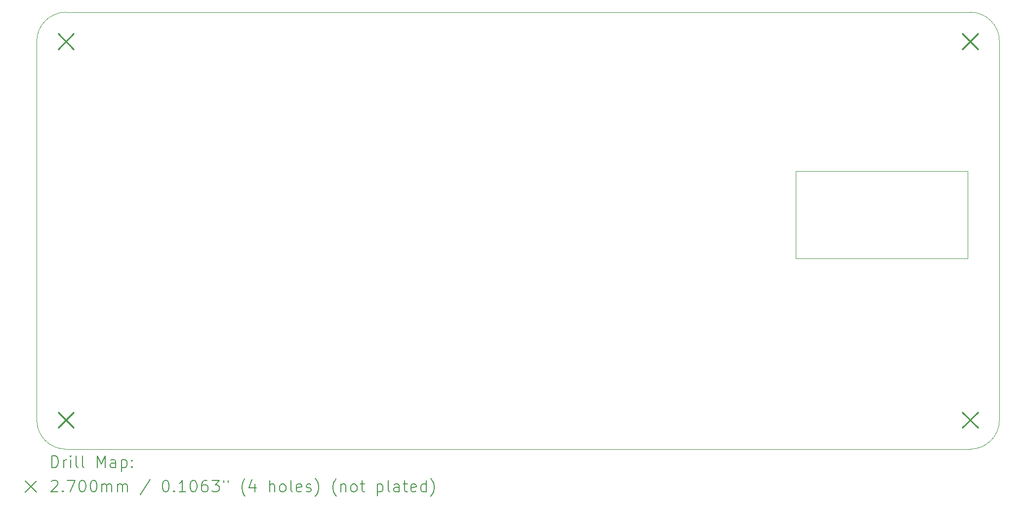
<source format=gbr>
%TF.GenerationSoftware,KiCad,Pcbnew,8.0.2*%
%TF.CreationDate,2024-05-04T10:09:35+05:30*%
%TF.ProjectId,macroglider,6d616372-6f67-46c6-9964-65722e6b6963,V1*%
%TF.SameCoordinates,Original*%
%TF.FileFunction,Drillmap*%
%TF.FilePolarity,Positive*%
%FSLAX45Y45*%
G04 Gerber Fmt 4.5, Leading zero omitted, Abs format (unit mm)*
G04 Created by KiCad (PCBNEW 8.0.2) date 2024-05-04 10:09:35*
%MOMM*%
%LPD*%
G01*
G04 APERTURE LIST*
%ADD10C,0.050000*%
%ADD11C,0.100000*%
%ADD12C,0.200000*%
%ADD13C,0.270000*%
G04 APERTURE END LIST*
D10*
X7500000Y-6000000D02*
G75*
G02*
X8000000Y-5500000I500000J0D01*
G01*
X8000000Y-13000000D02*
G75*
G02*
X7500000Y-12500000I0J500000D01*
G01*
X8000000Y-13000000D02*
X23500000Y-13000000D01*
X8000000Y-5500000D02*
X23500000Y-5500000D01*
X24000000Y-12500000D02*
G75*
G02*
X23500000Y-13000000I-500000J0D01*
G01*
X7500000Y-12500000D02*
X7500000Y-6000000D01*
X23500000Y-5500000D02*
G75*
G02*
X24000000Y-6000000I0J-500000D01*
G01*
X24000000Y-12500000D02*
X24000000Y-6000000D01*
D11*
X20509500Y-8230000D02*
X23452500Y-8230000D01*
X23452500Y-9731000D01*
X20509500Y-9731000D01*
X20509500Y-8230000D01*
D12*
D13*
X7865000Y-5865000D02*
X8135000Y-6135000D01*
X8135000Y-5865000D02*
X7865000Y-6135000D01*
X7865000Y-12365000D02*
X8135000Y-12635000D01*
X8135000Y-12365000D02*
X7865000Y-12635000D01*
X23365000Y-5865000D02*
X23635000Y-6135000D01*
X23635000Y-5865000D02*
X23365000Y-6135000D01*
X23365000Y-12365000D02*
X23635000Y-12635000D01*
X23635000Y-12365000D02*
X23365000Y-12635000D01*
D12*
X7758277Y-13313984D02*
X7758277Y-13113984D01*
X7758277Y-13113984D02*
X7805896Y-13113984D01*
X7805896Y-13113984D02*
X7834467Y-13123508D01*
X7834467Y-13123508D02*
X7853515Y-13142555D01*
X7853515Y-13142555D02*
X7863039Y-13161603D01*
X7863039Y-13161603D02*
X7872562Y-13199698D01*
X7872562Y-13199698D02*
X7872562Y-13228269D01*
X7872562Y-13228269D02*
X7863039Y-13266365D01*
X7863039Y-13266365D02*
X7853515Y-13285412D01*
X7853515Y-13285412D02*
X7834467Y-13304460D01*
X7834467Y-13304460D02*
X7805896Y-13313984D01*
X7805896Y-13313984D02*
X7758277Y-13313984D01*
X7958277Y-13313984D02*
X7958277Y-13180650D01*
X7958277Y-13218746D02*
X7967801Y-13199698D01*
X7967801Y-13199698D02*
X7977324Y-13190174D01*
X7977324Y-13190174D02*
X7996372Y-13180650D01*
X7996372Y-13180650D02*
X8015420Y-13180650D01*
X8082086Y-13313984D02*
X8082086Y-13180650D01*
X8082086Y-13113984D02*
X8072562Y-13123508D01*
X8072562Y-13123508D02*
X8082086Y-13133031D01*
X8082086Y-13133031D02*
X8091610Y-13123508D01*
X8091610Y-13123508D02*
X8082086Y-13113984D01*
X8082086Y-13113984D02*
X8082086Y-13133031D01*
X8205896Y-13313984D02*
X8186848Y-13304460D01*
X8186848Y-13304460D02*
X8177324Y-13285412D01*
X8177324Y-13285412D02*
X8177324Y-13113984D01*
X8310658Y-13313984D02*
X8291610Y-13304460D01*
X8291610Y-13304460D02*
X8282086Y-13285412D01*
X8282086Y-13285412D02*
X8282086Y-13113984D01*
X8539229Y-13313984D02*
X8539229Y-13113984D01*
X8539229Y-13113984D02*
X8605896Y-13256841D01*
X8605896Y-13256841D02*
X8672563Y-13113984D01*
X8672563Y-13113984D02*
X8672563Y-13313984D01*
X8853515Y-13313984D02*
X8853515Y-13209222D01*
X8853515Y-13209222D02*
X8843991Y-13190174D01*
X8843991Y-13190174D02*
X8824944Y-13180650D01*
X8824944Y-13180650D02*
X8786848Y-13180650D01*
X8786848Y-13180650D02*
X8767801Y-13190174D01*
X8853515Y-13304460D02*
X8834467Y-13313984D01*
X8834467Y-13313984D02*
X8786848Y-13313984D01*
X8786848Y-13313984D02*
X8767801Y-13304460D01*
X8767801Y-13304460D02*
X8758277Y-13285412D01*
X8758277Y-13285412D02*
X8758277Y-13266365D01*
X8758277Y-13266365D02*
X8767801Y-13247317D01*
X8767801Y-13247317D02*
X8786848Y-13237793D01*
X8786848Y-13237793D02*
X8834467Y-13237793D01*
X8834467Y-13237793D02*
X8853515Y-13228269D01*
X8948753Y-13180650D02*
X8948753Y-13380650D01*
X8948753Y-13190174D02*
X8967801Y-13180650D01*
X8967801Y-13180650D02*
X9005896Y-13180650D01*
X9005896Y-13180650D02*
X9024944Y-13190174D01*
X9024944Y-13190174D02*
X9034467Y-13199698D01*
X9034467Y-13199698D02*
X9043991Y-13218746D01*
X9043991Y-13218746D02*
X9043991Y-13275888D01*
X9043991Y-13275888D02*
X9034467Y-13294936D01*
X9034467Y-13294936D02*
X9024944Y-13304460D01*
X9024944Y-13304460D02*
X9005896Y-13313984D01*
X9005896Y-13313984D02*
X8967801Y-13313984D01*
X8967801Y-13313984D02*
X8948753Y-13304460D01*
X9129705Y-13294936D02*
X9139229Y-13304460D01*
X9139229Y-13304460D02*
X9129705Y-13313984D01*
X9129705Y-13313984D02*
X9120182Y-13304460D01*
X9120182Y-13304460D02*
X9129705Y-13294936D01*
X9129705Y-13294936D02*
X9129705Y-13313984D01*
X9129705Y-13190174D02*
X9139229Y-13199698D01*
X9139229Y-13199698D02*
X9129705Y-13209222D01*
X9129705Y-13209222D02*
X9120182Y-13199698D01*
X9120182Y-13199698D02*
X9129705Y-13190174D01*
X9129705Y-13190174D02*
X9129705Y-13209222D01*
X7297500Y-13542500D02*
X7497500Y-13742500D01*
X7497500Y-13542500D02*
X7297500Y-13742500D01*
X7748753Y-13553031D02*
X7758277Y-13543508D01*
X7758277Y-13543508D02*
X7777324Y-13533984D01*
X7777324Y-13533984D02*
X7824943Y-13533984D01*
X7824943Y-13533984D02*
X7843991Y-13543508D01*
X7843991Y-13543508D02*
X7853515Y-13553031D01*
X7853515Y-13553031D02*
X7863039Y-13572079D01*
X7863039Y-13572079D02*
X7863039Y-13591127D01*
X7863039Y-13591127D02*
X7853515Y-13619698D01*
X7853515Y-13619698D02*
X7739229Y-13733984D01*
X7739229Y-13733984D02*
X7863039Y-13733984D01*
X7948753Y-13714936D02*
X7958277Y-13724460D01*
X7958277Y-13724460D02*
X7948753Y-13733984D01*
X7948753Y-13733984D02*
X7939229Y-13724460D01*
X7939229Y-13724460D02*
X7948753Y-13714936D01*
X7948753Y-13714936D02*
X7948753Y-13733984D01*
X8024943Y-13533984D02*
X8158277Y-13533984D01*
X8158277Y-13533984D02*
X8072562Y-13733984D01*
X8272562Y-13533984D02*
X8291610Y-13533984D01*
X8291610Y-13533984D02*
X8310658Y-13543508D01*
X8310658Y-13543508D02*
X8320182Y-13553031D01*
X8320182Y-13553031D02*
X8329705Y-13572079D01*
X8329705Y-13572079D02*
X8339229Y-13610174D01*
X8339229Y-13610174D02*
X8339229Y-13657793D01*
X8339229Y-13657793D02*
X8329705Y-13695888D01*
X8329705Y-13695888D02*
X8320182Y-13714936D01*
X8320182Y-13714936D02*
X8310658Y-13724460D01*
X8310658Y-13724460D02*
X8291610Y-13733984D01*
X8291610Y-13733984D02*
X8272562Y-13733984D01*
X8272562Y-13733984D02*
X8253515Y-13724460D01*
X8253515Y-13724460D02*
X8243991Y-13714936D01*
X8243991Y-13714936D02*
X8234467Y-13695888D01*
X8234467Y-13695888D02*
X8224943Y-13657793D01*
X8224943Y-13657793D02*
X8224943Y-13610174D01*
X8224943Y-13610174D02*
X8234467Y-13572079D01*
X8234467Y-13572079D02*
X8243991Y-13553031D01*
X8243991Y-13553031D02*
X8253515Y-13543508D01*
X8253515Y-13543508D02*
X8272562Y-13533984D01*
X8463039Y-13533984D02*
X8482086Y-13533984D01*
X8482086Y-13533984D02*
X8501134Y-13543508D01*
X8501134Y-13543508D02*
X8510658Y-13553031D01*
X8510658Y-13553031D02*
X8520182Y-13572079D01*
X8520182Y-13572079D02*
X8529705Y-13610174D01*
X8529705Y-13610174D02*
X8529705Y-13657793D01*
X8529705Y-13657793D02*
X8520182Y-13695888D01*
X8520182Y-13695888D02*
X8510658Y-13714936D01*
X8510658Y-13714936D02*
X8501134Y-13724460D01*
X8501134Y-13724460D02*
X8482086Y-13733984D01*
X8482086Y-13733984D02*
X8463039Y-13733984D01*
X8463039Y-13733984D02*
X8443991Y-13724460D01*
X8443991Y-13724460D02*
X8434467Y-13714936D01*
X8434467Y-13714936D02*
X8424944Y-13695888D01*
X8424944Y-13695888D02*
X8415420Y-13657793D01*
X8415420Y-13657793D02*
X8415420Y-13610174D01*
X8415420Y-13610174D02*
X8424944Y-13572079D01*
X8424944Y-13572079D02*
X8434467Y-13553031D01*
X8434467Y-13553031D02*
X8443991Y-13543508D01*
X8443991Y-13543508D02*
X8463039Y-13533984D01*
X8615420Y-13733984D02*
X8615420Y-13600650D01*
X8615420Y-13619698D02*
X8624944Y-13610174D01*
X8624944Y-13610174D02*
X8643991Y-13600650D01*
X8643991Y-13600650D02*
X8672563Y-13600650D01*
X8672563Y-13600650D02*
X8691610Y-13610174D01*
X8691610Y-13610174D02*
X8701134Y-13629222D01*
X8701134Y-13629222D02*
X8701134Y-13733984D01*
X8701134Y-13629222D02*
X8710658Y-13610174D01*
X8710658Y-13610174D02*
X8729705Y-13600650D01*
X8729705Y-13600650D02*
X8758277Y-13600650D01*
X8758277Y-13600650D02*
X8777325Y-13610174D01*
X8777325Y-13610174D02*
X8786848Y-13629222D01*
X8786848Y-13629222D02*
X8786848Y-13733984D01*
X8882086Y-13733984D02*
X8882086Y-13600650D01*
X8882086Y-13619698D02*
X8891610Y-13610174D01*
X8891610Y-13610174D02*
X8910658Y-13600650D01*
X8910658Y-13600650D02*
X8939229Y-13600650D01*
X8939229Y-13600650D02*
X8958277Y-13610174D01*
X8958277Y-13610174D02*
X8967801Y-13629222D01*
X8967801Y-13629222D02*
X8967801Y-13733984D01*
X8967801Y-13629222D02*
X8977325Y-13610174D01*
X8977325Y-13610174D02*
X8996372Y-13600650D01*
X8996372Y-13600650D02*
X9024944Y-13600650D01*
X9024944Y-13600650D02*
X9043991Y-13610174D01*
X9043991Y-13610174D02*
X9053515Y-13629222D01*
X9053515Y-13629222D02*
X9053515Y-13733984D01*
X9443991Y-13524460D02*
X9272563Y-13781603D01*
X9701134Y-13533984D02*
X9720182Y-13533984D01*
X9720182Y-13533984D02*
X9739229Y-13543508D01*
X9739229Y-13543508D02*
X9748753Y-13553031D01*
X9748753Y-13553031D02*
X9758277Y-13572079D01*
X9758277Y-13572079D02*
X9767801Y-13610174D01*
X9767801Y-13610174D02*
X9767801Y-13657793D01*
X9767801Y-13657793D02*
X9758277Y-13695888D01*
X9758277Y-13695888D02*
X9748753Y-13714936D01*
X9748753Y-13714936D02*
X9739229Y-13724460D01*
X9739229Y-13724460D02*
X9720182Y-13733984D01*
X9720182Y-13733984D02*
X9701134Y-13733984D01*
X9701134Y-13733984D02*
X9682087Y-13724460D01*
X9682087Y-13724460D02*
X9672563Y-13714936D01*
X9672563Y-13714936D02*
X9663039Y-13695888D01*
X9663039Y-13695888D02*
X9653515Y-13657793D01*
X9653515Y-13657793D02*
X9653515Y-13610174D01*
X9653515Y-13610174D02*
X9663039Y-13572079D01*
X9663039Y-13572079D02*
X9672563Y-13553031D01*
X9672563Y-13553031D02*
X9682087Y-13543508D01*
X9682087Y-13543508D02*
X9701134Y-13533984D01*
X9853515Y-13714936D02*
X9863039Y-13724460D01*
X9863039Y-13724460D02*
X9853515Y-13733984D01*
X9853515Y-13733984D02*
X9843991Y-13724460D01*
X9843991Y-13724460D02*
X9853515Y-13714936D01*
X9853515Y-13714936D02*
X9853515Y-13733984D01*
X10053515Y-13733984D02*
X9939229Y-13733984D01*
X9996372Y-13733984D02*
X9996372Y-13533984D01*
X9996372Y-13533984D02*
X9977325Y-13562555D01*
X9977325Y-13562555D02*
X9958277Y-13581603D01*
X9958277Y-13581603D02*
X9939229Y-13591127D01*
X10177325Y-13533984D02*
X10196372Y-13533984D01*
X10196372Y-13533984D02*
X10215420Y-13543508D01*
X10215420Y-13543508D02*
X10224944Y-13553031D01*
X10224944Y-13553031D02*
X10234468Y-13572079D01*
X10234468Y-13572079D02*
X10243991Y-13610174D01*
X10243991Y-13610174D02*
X10243991Y-13657793D01*
X10243991Y-13657793D02*
X10234468Y-13695888D01*
X10234468Y-13695888D02*
X10224944Y-13714936D01*
X10224944Y-13714936D02*
X10215420Y-13724460D01*
X10215420Y-13724460D02*
X10196372Y-13733984D01*
X10196372Y-13733984D02*
X10177325Y-13733984D01*
X10177325Y-13733984D02*
X10158277Y-13724460D01*
X10158277Y-13724460D02*
X10148753Y-13714936D01*
X10148753Y-13714936D02*
X10139229Y-13695888D01*
X10139229Y-13695888D02*
X10129706Y-13657793D01*
X10129706Y-13657793D02*
X10129706Y-13610174D01*
X10129706Y-13610174D02*
X10139229Y-13572079D01*
X10139229Y-13572079D02*
X10148753Y-13553031D01*
X10148753Y-13553031D02*
X10158277Y-13543508D01*
X10158277Y-13543508D02*
X10177325Y-13533984D01*
X10415420Y-13533984D02*
X10377325Y-13533984D01*
X10377325Y-13533984D02*
X10358277Y-13543508D01*
X10358277Y-13543508D02*
X10348753Y-13553031D01*
X10348753Y-13553031D02*
X10329706Y-13581603D01*
X10329706Y-13581603D02*
X10320182Y-13619698D01*
X10320182Y-13619698D02*
X10320182Y-13695888D01*
X10320182Y-13695888D02*
X10329706Y-13714936D01*
X10329706Y-13714936D02*
X10339229Y-13724460D01*
X10339229Y-13724460D02*
X10358277Y-13733984D01*
X10358277Y-13733984D02*
X10396372Y-13733984D01*
X10396372Y-13733984D02*
X10415420Y-13724460D01*
X10415420Y-13724460D02*
X10424944Y-13714936D01*
X10424944Y-13714936D02*
X10434468Y-13695888D01*
X10434468Y-13695888D02*
X10434468Y-13648269D01*
X10434468Y-13648269D02*
X10424944Y-13629222D01*
X10424944Y-13629222D02*
X10415420Y-13619698D01*
X10415420Y-13619698D02*
X10396372Y-13610174D01*
X10396372Y-13610174D02*
X10358277Y-13610174D01*
X10358277Y-13610174D02*
X10339229Y-13619698D01*
X10339229Y-13619698D02*
X10329706Y-13629222D01*
X10329706Y-13629222D02*
X10320182Y-13648269D01*
X10501134Y-13533984D02*
X10624944Y-13533984D01*
X10624944Y-13533984D02*
X10558277Y-13610174D01*
X10558277Y-13610174D02*
X10586849Y-13610174D01*
X10586849Y-13610174D02*
X10605896Y-13619698D01*
X10605896Y-13619698D02*
X10615420Y-13629222D01*
X10615420Y-13629222D02*
X10624944Y-13648269D01*
X10624944Y-13648269D02*
X10624944Y-13695888D01*
X10624944Y-13695888D02*
X10615420Y-13714936D01*
X10615420Y-13714936D02*
X10605896Y-13724460D01*
X10605896Y-13724460D02*
X10586849Y-13733984D01*
X10586849Y-13733984D02*
X10529706Y-13733984D01*
X10529706Y-13733984D02*
X10510658Y-13724460D01*
X10510658Y-13724460D02*
X10501134Y-13714936D01*
X10701134Y-13533984D02*
X10701134Y-13572079D01*
X10777325Y-13533984D02*
X10777325Y-13572079D01*
X11072563Y-13810174D02*
X11063039Y-13800650D01*
X11063039Y-13800650D02*
X11043991Y-13772079D01*
X11043991Y-13772079D02*
X11034468Y-13753031D01*
X11034468Y-13753031D02*
X11024944Y-13724460D01*
X11024944Y-13724460D02*
X11015420Y-13676841D01*
X11015420Y-13676841D02*
X11015420Y-13638746D01*
X11015420Y-13638746D02*
X11024944Y-13591127D01*
X11024944Y-13591127D02*
X11034468Y-13562555D01*
X11034468Y-13562555D02*
X11043991Y-13543508D01*
X11043991Y-13543508D02*
X11063039Y-13514936D01*
X11063039Y-13514936D02*
X11072563Y-13505412D01*
X11234468Y-13600650D02*
X11234468Y-13733984D01*
X11186848Y-13524460D02*
X11139230Y-13667317D01*
X11139230Y-13667317D02*
X11263039Y-13667317D01*
X11491610Y-13733984D02*
X11491610Y-13533984D01*
X11577325Y-13733984D02*
X11577325Y-13629222D01*
X11577325Y-13629222D02*
X11567801Y-13610174D01*
X11567801Y-13610174D02*
X11548753Y-13600650D01*
X11548753Y-13600650D02*
X11520182Y-13600650D01*
X11520182Y-13600650D02*
X11501134Y-13610174D01*
X11501134Y-13610174D02*
X11491610Y-13619698D01*
X11701134Y-13733984D02*
X11682087Y-13724460D01*
X11682087Y-13724460D02*
X11672563Y-13714936D01*
X11672563Y-13714936D02*
X11663039Y-13695888D01*
X11663039Y-13695888D02*
X11663039Y-13638746D01*
X11663039Y-13638746D02*
X11672563Y-13619698D01*
X11672563Y-13619698D02*
X11682087Y-13610174D01*
X11682087Y-13610174D02*
X11701134Y-13600650D01*
X11701134Y-13600650D02*
X11729706Y-13600650D01*
X11729706Y-13600650D02*
X11748753Y-13610174D01*
X11748753Y-13610174D02*
X11758277Y-13619698D01*
X11758277Y-13619698D02*
X11767801Y-13638746D01*
X11767801Y-13638746D02*
X11767801Y-13695888D01*
X11767801Y-13695888D02*
X11758277Y-13714936D01*
X11758277Y-13714936D02*
X11748753Y-13724460D01*
X11748753Y-13724460D02*
X11729706Y-13733984D01*
X11729706Y-13733984D02*
X11701134Y-13733984D01*
X11882087Y-13733984D02*
X11863039Y-13724460D01*
X11863039Y-13724460D02*
X11853515Y-13705412D01*
X11853515Y-13705412D02*
X11853515Y-13533984D01*
X12034468Y-13724460D02*
X12015420Y-13733984D01*
X12015420Y-13733984D02*
X11977325Y-13733984D01*
X11977325Y-13733984D02*
X11958277Y-13724460D01*
X11958277Y-13724460D02*
X11948753Y-13705412D01*
X11948753Y-13705412D02*
X11948753Y-13629222D01*
X11948753Y-13629222D02*
X11958277Y-13610174D01*
X11958277Y-13610174D02*
X11977325Y-13600650D01*
X11977325Y-13600650D02*
X12015420Y-13600650D01*
X12015420Y-13600650D02*
X12034468Y-13610174D01*
X12034468Y-13610174D02*
X12043991Y-13629222D01*
X12043991Y-13629222D02*
X12043991Y-13648269D01*
X12043991Y-13648269D02*
X11948753Y-13667317D01*
X12120182Y-13724460D02*
X12139230Y-13733984D01*
X12139230Y-13733984D02*
X12177325Y-13733984D01*
X12177325Y-13733984D02*
X12196372Y-13724460D01*
X12196372Y-13724460D02*
X12205896Y-13705412D01*
X12205896Y-13705412D02*
X12205896Y-13695888D01*
X12205896Y-13695888D02*
X12196372Y-13676841D01*
X12196372Y-13676841D02*
X12177325Y-13667317D01*
X12177325Y-13667317D02*
X12148753Y-13667317D01*
X12148753Y-13667317D02*
X12129706Y-13657793D01*
X12129706Y-13657793D02*
X12120182Y-13638746D01*
X12120182Y-13638746D02*
X12120182Y-13629222D01*
X12120182Y-13629222D02*
X12129706Y-13610174D01*
X12129706Y-13610174D02*
X12148753Y-13600650D01*
X12148753Y-13600650D02*
X12177325Y-13600650D01*
X12177325Y-13600650D02*
X12196372Y-13610174D01*
X12272563Y-13810174D02*
X12282087Y-13800650D01*
X12282087Y-13800650D02*
X12301134Y-13772079D01*
X12301134Y-13772079D02*
X12310658Y-13753031D01*
X12310658Y-13753031D02*
X12320182Y-13724460D01*
X12320182Y-13724460D02*
X12329706Y-13676841D01*
X12329706Y-13676841D02*
X12329706Y-13638746D01*
X12329706Y-13638746D02*
X12320182Y-13591127D01*
X12320182Y-13591127D02*
X12310658Y-13562555D01*
X12310658Y-13562555D02*
X12301134Y-13543508D01*
X12301134Y-13543508D02*
X12282087Y-13514936D01*
X12282087Y-13514936D02*
X12272563Y-13505412D01*
X12634468Y-13810174D02*
X12624944Y-13800650D01*
X12624944Y-13800650D02*
X12605896Y-13772079D01*
X12605896Y-13772079D02*
X12596372Y-13753031D01*
X12596372Y-13753031D02*
X12586849Y-13724460D01*
X12586849Y-13724460D02*
X12577325Y-13676841D01*
X12577325Y-13676841D02*
X12577325Y-13638746D01*
X12577325Y-13638746D02*
X12586849Y-13591127D01*
X12586849Y-13591127D02*
X12596372Y-13562555D01*
X12596372Y-13562555D02*
X12605896Y-13543508D01*
X12605896Y-13543508D02*
X12624944Y-13514936D01*
X12624944Y-13514936D02*
X12634468Y-13505412D01*
X12710658Y-13600650D02*
X12710658Y-13733984D01*
X12710658Y-13619698D02*
X12720182Y-13610174D01*
X12720182Y-13610174D02*
X12739230Y-13600650D01*
X12739230Y-13600650D02*
X12767801Y-13600650D01*
X12767801Y-13600650D02*
X12786849Y-13610174D01*
X12786849Y-13610174D02*
X12796372Y-13629222D01*
X12796372Y-13629222D02*
X12796372Y-13733984D01*
X12920182Y-13733984D02*
X12901134Y-13724460D01*
X12901134Y-13724460D02*
X12891611Y-13714936D01*
X12891611Y-13714936D02*
X12882087Y-13695888D01*
X12882087Y-13695888D02*
X12882087Y-13638746D01*
X12882087Y-13638746D02*
X12891611Y-13619698D01*
X12891611Y-13619698D02*
X12901134Y-13610174D01*
X12901134Y-13610174D02*
X12920182Y-13600650D01*
X12920182Y-13600650D02*
X12948753Y-13600650D01*
X12948753Y-13600650D02*
X12967801Y-13610174D01*
X12967801Y-13610174D02*
X12977325Y-13619698D01*
X12977325Y-13619698D02*
X12986849Y-13638746D01*
X12986849Y-13638746D02*
X12986849Y-13695888D01*
X12986849Y-13695888D02*
X12977325Y-13714936D01*
X12977325Y-13714936D02*
X12967801Y-13724460D01*
X12967801Y-13724460D02*
X12948753Y-13733984D01*
X12948753Y-13733984D02*
X12920182Y-13733984D01*
X13043992Y-13600650D02*
X13120182Y-13600650D01*
X13072563Y-13533984D02*
X13072563Y-13705412D01*
X13072563Y-13705412D02*
X13082087Y-13724460D01*
X13082087Y-13724460D02*
X13101134Y-13733984D01*
X13101134Y-13733984D02*
X13120182Y-13733984D01*
X13339230Y-13600650D02*
X13339230Y-13800650D01*
X13339230Y-13610174D02*
X13358277Y-13600650D01*
X13358277Y-13600650D02*
X13396373Y-13600650D01*
X13396373Y-13600650D02*
X13415420Y-13610174D01*
X13415420Y-13610174D02*
X13424944Y-13619698D01*
X13424944Y-13619698D02*
X13434468Y-13638746D01*
X13434468Y-13638746D02*
X13434468Y-13695888D01*
X13434468Y-13695888D02*
X13424944Y-13714936D01*
X13424944Y-13714936D02*
X13415420Y-13724460D01*
X13415420Y-13724460D02*
X13396373Y-13733984D01*
X13396373Y-13733984D02*
X13358277Y-13733984D01*
X13358277Y-13733984D02*
X13339230Y-13724460D01*
X13548753Y-13733984D02*
X13529706Y-13724460D01*
X13529706Y-13724460D02*
X13520182Y-13705412D01*
X13520182Y-13705412D02*
X13520182Y-13533984D01*
X13710658Y-13733984D02*
X13710658Y-13629222D01*
X13710658Y-13629222D02*
X13701134Y-13610174D01*
X13701134Y-13610174D02*
X13682087Y-13600650D01*
X13682087Y-13600650D02*
X13643992Y-13600650D01*
X13643992Y-13600650D02*
X13624944Y-13610174D01*
X13710658Y-13724460D02*
X13691611Y-13733984D01*
X13691611Y-13733984D02*
X13643992Y-13733984D01*
X13643992Y-13733984D02*
X13624944Y-13724460D01*
X13624944Y-13724460D02*
X13615420Y-13705412D01*
X13615420Y-13705412D02*
X13615420Y-13686365D01*
X13615420Y-13686365D02*
X13624944Y-13667317D01*
X13624944Y-13667317D02*
X13643992Y-13657793D01*
X13643992Y-13657793D02*
X13691611Y-13657793D01*
X13691611Y-13657793D02*
X13710658Y-13648269D01*
X13777325Y-13600650D02*
X13853515Y-13600650D01*
X13805896Y-13533984D02*
X13805896Y-13705412D01*
X13805896Y-13705412D02*
X13815420Y-13724460D01*
X13815420Y-13724460D02*
X13834468Y-13733984D01*
X13834468Y-13733984D02*
X13853515Y-13733984D01*
X13996373Y-13724460D02*
X13977325Y-13733984D01*
X13977325Y-13733984D02*
X13939230Y-13733984D01*
X13939230Y-13733984D02*
X13920182Y-13724460D01*
X13920182Y-13724460D02*
X13910658Y-13705412D01*
X13910658Y-13705412D02*
X13910658Y-13629222D01*
X13910658Y-13629222D02*
X13920182Y-13610174D01*
X13920182Y-13610174D02*
X13939230Y-13600650D01*
X13939230Y-13600650D02*
X13977325Y-13600650D01*
X13977325Y-13600650D02*
X13996373Y-13610174D01*
X13996373Y-13610174D02*
X14005896Y-13629222D01*
X14005896Y-13629222D02*
X14005896Y-13648269D01*
X14005896Y-13648269D02*
X13910658Y-13667317D01*
X14177325Y-13733984D02*
X14177325Y-13533984D01*
X14177325Y-13724460D02*
X14158277Y-13733984D01*
X14158277Y-13733984D02*
X14120182Y-13733984D01*
X14120182Y-13733984D02*
X14101134Y-13724460D01*
X14101134Y-13724460D02*
X14091611Y-13714936D01*
X14091611Y-13714936D02*
X14082087Y-13695888D01*
X14082087Y-13695888D02*
X14082087Y-13638746D01*
X14082087Y-13638746D02*
X14091611Y-13619698D01*
X14091611Y-13619698D02*
X14101134Y-13610174D01*
X14101134Y-13610174D02*
X14120182Y-13600650D01*
X14120182Y-13600650D02*
X14158277Y-13600650D01*
X14158277Y-13600650D02*
X14177325Y-13610174D01*
X14253515Y-13810174D02*
X14263039Y-13800650D01*
X14263039Y-13800650D02*
X14282087Y-13772079D01*
X14282087Y-13772079D02*
X14291611Y-13753031D01*
X14291611Y-13753031D02*
X14301134Y-13724460D01*
X14301134Y-13724460D02*
X14310658Y-13676841D01*
X14310658Y-13676841D02*
X14310658Y-13638746D01*
X14310658Y-13638746D02*
X14301134Y-13591127D01*
X14301134Y-13591127D02*
X14291611Y-13562555D01*
X14291611Y-13562555D02*
X14282087Y-13543508D01*
X14282087Y-13543508D02*
X14263039Y-13514936D01*
X14263039Y-13514936D02*
X14253515Y-13505412D01*
M02*

</source>
